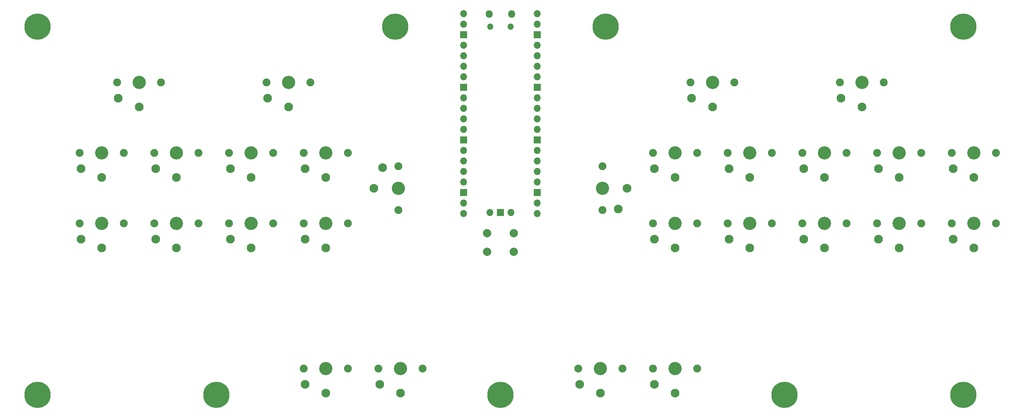
<source format=gbs>
G04 #@! TF.GenerationSoftware,KiCad,Pcbnew,(6.0.4)*
G04 #@! TF.CreationDate,2023-01-17T23:17:44-05:00*
G04 #@! TF.ProjectId,PicoSteno-v1.1.0,5069636f-5374-4656-9e6f-2d76312e312e,rev?*
G04 #@! TF.SameCoordinates,Original*
G04 #@! TF.FileFunction,Soldermask,Bot*
G04 #@! TF.FilePolarity,Negative*
%FSLAX46Y46*%
G04 Gerber Fmt 4.6, Leading zero omitted, Abs format (unit mm)*
G04 Created by KiCad (PCBNEW (6.0.4)) date 2023-01-17 23:17:44*
%MOMM*%
%LPD*%
G01*
G04 APERTURE LIST*
%ADD10C,2.000000*%
%ADD11O,1.500000X1.500000*%
%ADD12O,1.800000X1.800000*%
%ADD13O,1.700000X1.700000*%
%ADD14R,1.700000X1.700000*%
%ADD15C,6.350000*%
%ADD16C,3.200000*%
%ADD17C,1.900000*%
%ADD18C,2.100000*%
G04 APERTURE END LIST*
D10*
X155650000Y-111470000D03*
X149150000Y-111470000D03*
X149150000Y-106970000D03*
X155650000Y-106970000D03*
D11*
X149975000Y-57135000D03*
D12*
X149675000Y-54105000D03*
X155125000Y-54105000D03*
D11*
X154825000Y-57135000D03*
D13*
X143510000Y-53975000D03*
X143510000Y-56515000D03*
D14*
X143510000Y-59055000D03*
D13*
X143510000Y-61595000D03*
X143510000Y-64135000D03*
X143510000Y-66675000D03*
X143510000Y-69215000D03*
D14*
X143510000Y-71755000D03*
D13*
X143510000Y-74295000D03*
X143510000Y-76835000D03*
X143510000Y-79375000D03*
X143510000Y-81915000D03*
D14*
X143510000Y-84455000D03*
D13*
X143510000Y-86995000D03*
X143510000Y-89535000D03*
X143510000Y-92075000D03*
X143510000Y-94615000D03*
D14*
X143510000Y-97155000D03*
D13*
X143510000Y-99695000D03*
X143510000Y-102235000D03*
X161290000Y-102235000D03*
X161290000Y-99695000D03*
D14*
X161290000Y-97155000D03*
D13*
X161290000Y-94615000D03*
X161290000Y-92075000D03*
X161290000Y-89535000D03*
X161290000Y-86995000D03*
D14*
X161290000Y-84455000D03*
D13*
X161290000Y-81915000D03*
X161290000Y-79375000D03*
X161290000Y-76835000D03*
X161290000Y-74295000D03*
D14*
X161290000Y-71755000D03*
D13*
X161290000Y-69215000D03*
X161290000Y-66675000D03*
X161290000Y-64135000D03*
X161290000Y-61595000D03*
D14*
X161290000Y-59055000D03*
D13*
X161290000Y-56515000D03*
X161290000Y-53975000D03*
X149860000Y-102005000D03*
D14*
X152400000Y-102005000D03*
D13*
X154940000Y-102005000D03*
D15*
X127000000Y-57150000D03*
X83820000Y-146050000D03*
X264160000Y-57150000D03*
X177800000Y-57150000D03*
X220980000Y-146050000D03*
X152400000Y-146050000D03*
X264160000Y-146050000D03*
X40640000Y-146050000D03*
X40640000Y-57150000D03*
D16*
X239649000Y-70612000D03*
D17*
X234349000Y-70612000D03*
X244949000Y-70612000D03*
D18*
X234649000Y-74412000D03*
X239649000Y-76512000D03*
D17*
X95919000Y-70612000D03*
X106519000Y-70612000D03*
D16*
X101219000Y-70612000D03*
D18*
X96219000Y-74412000D03*
X101219000Y-76512000D03*
D17*
X68868000Y-87630000D03*
D16*
X74168000Y-87630000D03*
D17*
X79468000Y-87630000D03*
D18*
X69168000Y-91430000D03*
X74168000Y-93530000D03*
D17*
X104936000Y-87630000D03*
X115536000Y-87630000D03*
D16*
X110236000Y-87630000D03*
D18*
X105236000Y-91430000D03*
X110236000Y-93530000D03*
D17*
X97502000Y-87630000D03*
X86902000Y-87630000D03*
D16*
X92202000Y-87630000D03*
D18*
X87202000Y-91430000D03*
X92202000Y-93530000D03*
D17*
X50834000Y-87630000D03*
X61434000Y-87630000D03*
D16*
X56134000Y-87630000D03*
D18*
X51134000Y-91430000D03*
X56134000Y-93530000D03*
D17*
X217898000Y-104648000D03*
X207298000Y-104648000D03*
D16*
X212598000Y-104648000D03*
D18*
X207598000Y-108448000D03*
X212598000Y-110548000D03*
D16*
X230632000Y-104648000D03*
D17*
X225332000Y-104648000D03*
X235932000Y-104648000D03*
D18*
X225632000Y-108448000D03*
X230632000Y-110548000D03*
D17*
X253966000Y-104648000D03*
D16*
X248666000Y-104648000D03*
D17*
X243366000Y-104648000D03*
D18*
X243666000Y-108448000D03*
X248666000Y-110548000D03*
D17*
X272000000Y-104648000D03*
D16*
X266700000Y-104648000D03*
D17*
X261400000Y-104648000D03*
D18*
X261700000Y-108448000D03*
X266700000Y-110548000D03*
D17*
X79468000Y-104648000D03*
D16*
X74168000Y-104648000D03*
D17*
X68868000Y-104648000D03*
D18*
X69168000Y-108448000D03*
X74168000Y-110548000D03*
D17*
X104936000Y-104648000D03*
D16*
X110236000Y-104648000D03*
D17*
X115536000Y-104648000D03*
D18*
X105236000Y-108448000D03*
X110236000Y-110548000D03*
D17*
X199864000Y-104648000D03*
X189264000Y-104648000D03*
D16*
X194564000Y-104648000D03*
D18*
X189564000Y-108448000D03*
X194564000Y-110548000D03*
D17*
X61434000Y-104648000D03*
D16*
X56134000Y-104648000D03*
D17*
X50834000Y-104648000D03*
D18*
X51134000Y-108448000D03*
X56134000Y-110548000D03*
D16*
X92202000Y-104648000D03*
D17*
X86902000Y-104648000D03*
X97502000Y-104648000D03*
D18*
X87202000Y-108448000D03*
X92202000Y-110548000D03*
D17*
X59851000Y-70612000D03*
D16*
X65151000Y-70612000D03*
D17*
X70451000Y-70612000D03*
D18*
X60151000Y-74412000D03*
X65151000Y-76512000D03*
D17*
X198281000Y-70612000D03*
X208881000Y-70612000D03*
D16*
X203581000Y-70612000D03*
D18*
X198581000Y-74412000D03*
X203581000Y-76512000D03*
D17*
X181830000Y-139700000D03*
X171230000Y-139700000D03*
D16*
X176530000Y-139700000D03*
D18*
X171530000Y-143500000D03*
X176530000Y-145600000D03*
D16*
X128270000Y-139700000D03*
D17*
X133570000Y-139700000D03*
X122970000Y-139700000D03*
D18*
X123270000Y-143500000D03*
X128270000Y-145600000D03*
D16*
X110236000Y-139700000D03*
D17*
X115536000Y-139700000D03*
X104936000Y-139700000D03*
D18*
X105236000Y-143500000D03*
X110236000Y-145600000D03*
D17*
X199864000Y-139700000D03*
D16*
X194564000Y-139700000D03*
D17*
X189264000Y-139700000D03*
D18*
X189564000Y-143500000D03*
X194564000Y-145600000D03*
D17*
X243366000Y-87630000D03*
X253966000Y-87630000D03*
D16*
X248666000Y-87630000D03*
D18*
X243666000Y-91430000D03*
X248666000Y-93530000D03*
D17*
X261400000Y-87630000D03*
D16*
X266700000Y-87630000D03*
D17*
X272000000Y-87630000D03*
D18*
X261700000Y-91430000D03*
X266700000Y-93530000D03*
D17*
X127762000Y-101439000D03*
X127762000Y-90839000D03*
D16*
X127762000Y-96139000D03*
D18*
X123962000Y-91139000D03*
X121862000Y-96139000D03*
D17*
X177038000Y-90839000D03*
X177038000Y-101439000D03*
D16*
X177038000Y-96139000D03*
D18*
X180838000Y-101139000D03*
X182938000Y-96139000D03*
D17*
X199864000Y-87630000D03*
D16*
X194564000Y-87630000D03*
D17*
X189264000Y-87630000D03*
D18*
X189564000Y-91430000D03*
X194564000Y-93530000D03*
D17*
X217898000Y-87630000D03*
X207298000Y-87630000D03*
D16*
X212598000Y-87630000D03*
D18*
X207598000Y-91430000D03*
X212598000Y-93530000D03*
D17*
X235932000Y-87630000D03*
X225332000Y-87630000D03*
D16*
X230632000Y-87630000D03*
D18*
X225632000Y-91430000D03*
X230632000Y-93530000D03*
M02*

</source>
